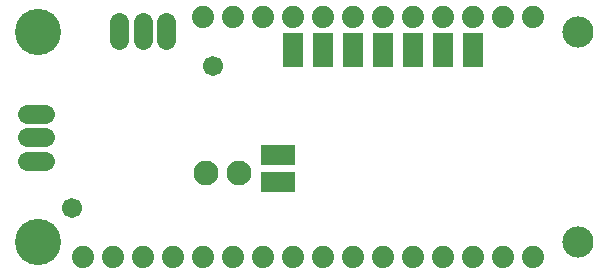
<source format=gbr>
G04 EAGLE Gerber RS-274X export*
G75*
%MOMM*%
%FSLAX34Y34*%
%LPD*%
%INSoldermask Bottom*%
%IPPOS*%
%AMOC8*
5,1,8,0,0,1.08239X$1,22.5*%
G01*
%ADD10C,2.641600*%
%ADD11C,3.911600*%
%ADD12C,1.879600*%
%ADD13C,1.601600*%
%ADD14C,1.701600*%
%ADD15C,2.101600*%
%ADD16R,1.651000X2.921000*%
%ADD17R,2.921000X1.651000*%


D10*
X482600Y203200D03*
X482600Y25400D03*
D11*
X25400Y203200D03*
X25400Y25400D03*
D12*
X165100Y215900D03*
X190500Y215900D03*
X215900Y215900D03*
X241300Y215900D03*
X266700Y215900D03*
X292100Y215900D03*
X317500Y215900D03*
X342900Y215900D03*
X368300Y215900D03*
X393700Y215900D03*
X419100Y215900D03*
X444500Y215900D03*
X165100Y12700D03*
X190500Y12700D03*
X215900Y12700D03*
X241300Y12700D03*
X266700Y12700D03*
X292100Y12700D03*
X317500Y12700D03*
X342900Y12700D03*
X368300Y12700D03*
X393700Y12700D03*
X419100Y12700D03*
X444500Y12700D03*
X139700Y12700D03*
X114300Y12700D03*
X88900Y12700D03*
X63500Y12700D03*
D13*
X31800Y114300D02*
X16800Y114300D01*
X16800Y94300D02*
X31800Y94300D01*
X31800Y134300D02*
X16800Y134300D01*
X94300Y196800D02*
X94300Y211800D01*
X114300Y211800D02*
X114300Y196800D01*
X134300Y196800D02*
X134300Y211800D01*
D14*
X54300Y54300D03*
X174300Y174300D03*
D15*
X195580Y83820D03*
X167640Y83820D03*
D16*
X393700Y187960D03*
X368300Y187960D03*
X342900Y187960D03*
X317500Y187960D03*
X292100Y187960D03*
X266700Y187960D03*
X241300Y187960D03*
D17*
X228600Y99060D03*
X228600Y76200D03*
M02*

</source>
